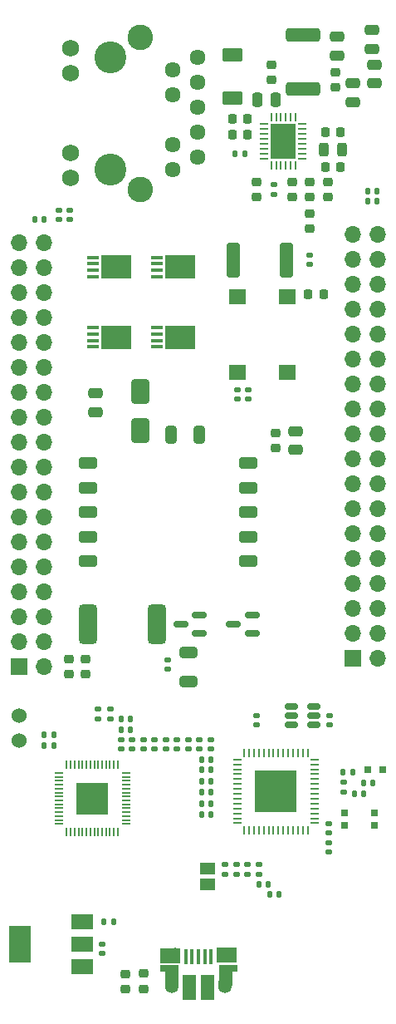
<source format=gbr>
%TF.GenerationSoftware,KiCad,Pcbnew,8.0.1*%
%TF.CreationDate,2024-10-08T23:28:18-07:00*%
%TF.ProjectId,POEPico,504f4550-6963-46f2-9e6b-696361645f70,rev?*%
%TF.SameCoordinates,Original*%
%TF.FileFunction,Soldermask,Top*%
%TF.FilePolarity,Negative*%
%FSLAX46Y46*%
G04 Gerber Fmt 4.6, Leading zero omitted, Abs format (unit mm)*
G04 Created by KiCad (PCBNEW 8.0.1) date 2024-10-08 23:28:18*
%MOMM*%
%LPD*%
G01*
G04 APERTURE LIST*
G04 Aperture macros list*
%AMRoundRect*
0 Rectangle with rounded corners*
0 $1 Rounding radius*
0 $2 $3 $4 $5 $6 $7 $8 $9 X,Y pos of 4 corners*
0 Add a 4 corners polygon primitive as box body*
4,1,4,$2,$3,$4,$5,$6,$7,$8,$9,$2,$3,0*
0 Add four circle primitives for the rounded corners*
1,1,$1+$1,$2,$3*
1,1,$1+$1,$4,$5*
1,1,$1+$1,$6,$7*
1,1,$1+$1,$8,$9*
0 Add four rect primitives between the rounded corners*
20,1,$1+$1,$2,$3,$4,$5,0*
20,1,$1+$1,$4,$5,$6,$7,0*
20,1,$1+$1,$6,$7,$8,$9,0*
20,1,$1+$1,$8,$9,$2,$3,0*%
G04 Aperture macros list end*
%ADD10RoundRect,0.140000X-0.170000X0.140000X-0.170000X-0.140000X0.170000X-0.140000X0.170000X0.140000X0*%
%ADD11RoundRect,0.250000X0.475000X-0.250000X0.475000X0.250000X-0.475000X0.250000X-0.475000X-0.250000X0*%
%ADD12RoundRect,0.243750X-0.243750X-0.456250X0.243750X-0.456250X0.243750X0.456250X-0.243750X0.456250X0*%
%ADD13RoundRect,0.250000X-0.475000X0.250000X-0.475000X-0.250000X0.475000X-0.250000X0.475000X0.250000X0*%
%ADD14R,0.800000X0.800000*%
%ADD15RoundRect,0.225000X0.250000X-0.225000X0.250000X0.225000X-0.250000X0.225000X-0.250000X-0.225000X0*%
%ADD16RoundRect,0.250000X-0.650000X0.325000X-0.650000X-0.325000X0.650000X-0.325000X0.650000X0.325000X0*%
%ADD17RoundRect,0.225000X-0.250000X0.225000X-0.250000X-0.225000X0.250000X-0.225000X0.250000X0.225000X0*%
%ADD18RoundRect,0.140000X0.140000X0.170000X-0.140000X0.170000X-0.140000X-0.170000X0.140000X-0.170000X0*%
%ADD19RoundRect,0.250000X0.250000X0.475000X-0.250000X0.475000X-0.250000X-0.475000X0.250000X-0.475000X0*%
%ADD20RoundRect,0.140000X0.170000X-0.140000X0.170000X0.140000X-0.170000X0.140000X-0.170000X-0.140000X0*%
%ADD21RoundRect,0.140000X-0.140000X-0.170000X0.140000X-0.170000X0.140000X0.170000X-0.140000X0.170000X0*%
%ADD22RoundRect,0.350000X1.430000X-0.350000X1.430000X0.350000X-1.430000X0.350000X-1.430000X-0.350000X0*%
%ADD23RoundRect,0.147500X-0.147500X-0.172500X0.147500X-0.172500X0.147500X0.172500X-0.147500X0.172500X0*%
%ADD24R,2.200000X1.500000*%
%ADD25R,2.200000X3.800000*%
%ADD26RoundRect,0.250000X-0.800000X0.450000X-0.800000X-0.450000X0.800000X-0.450000X0.800000X0.450000X0*%
%ADD27RoundRect,0.150000X-0.512500X-0.150000X0.512500X-0.150000X0.512500X0.150000X-0.512500X0.150000X0*%
%ADD28RoundRect,0.225000X0.225000X0.250000X-0.225000X0.250000X-0.225000X-0.250000X0.225000X-0.250000X0*%
%ADD29RoundRect,0.350000X-0.350000X-1.430000X0.350000X-1.430000X0.350000X1.430000X-0.350000X1.430000X0*%
%ADD30R,1.219200X0.406400*%
%ADD31R,3.073400X2.489200*%
%ADD32RoundRect,0.150000X0.587500X0.150000X-0.587500X0.150000X-0.587500X-0.150000X0.587500X-0.150000X0*%
%ADD33R,1.600000X1.200000*%
%ADD34RoundRect,0.225000X-0.225000X-0.250000X0.225000X-0.250000X0.225000X0.250000X-0.225000X0.250000X0*%
%ADD35R,1.780000X1.585000*%
%ADD36RoundRect,0.062500X-0.362500X-0.062500X0.362500X-0.062500X0.362500X0.062500X-0.362500X0.062500X0*%
%ADD37RoundRect,0.062500X-0.062500X-0.362500X0.062500X-0.362500X0.062500X0.362500X-0.062500X0.362500X0*%
%ADD38R,2.650000X3.650000*%
%ADD39C,1.524000*%
%ADD40RoundRect,0.292500X0.647500X0.292500X-0.647500X0.292500X-0.647500X-0.292500X0.647500X-0.292500X0*%
%ADD41C,3.250000*%
%ADD42C,1.612000*%
%ADD43C,1.749000*%
%ADD44C,2.604000*%
%ADD45RoundRect,0.062500X0.062500X-0.375000X0.062500X0.375000X-0.062500X0.375000X-0.062500X-0.375000X0*%
%ADD46RoundRect,0.062500X0.375000X-0.062500X0.375000X0.062500X-0.375000X0.062500X-0.375000X-0.062500X0*%
%ADD47R,4.300000X4.300000*%
%ADD48RoundRect,0.250000X0.650000X-1.000000X0.650000X1.000000X-0.650000X1.000000X-0.650000X-1.000000X0*%
%ADD49RoundRect,0.250000X0.325000X0.650000X-0.325000X0.650000X-0.325000X-0.650000X0.325000X-0.650000X0*%
%ADD50RoundRect,0.050000X-0.387500X-0.050000X0.387500X-0.050000X0.387500X0.050000X-0.387500X0.050000X0*%
%ADD51RoundRect,0.050000X-0.050000X-0.387500X0.050000X-0.387500X0.050000X0.387500X-0.050000X0.387500X0*%
%ADD52R,3.200000X3.200000*%
%ADD53R,1.825000X0.700000*%
%ADD54R,2.000000X1.500000*%
%ADD55R,1.350000X2.000000*%
%ADD56O,1.350000X1.700000*%
%ADD57O,1.100000X1.500000*%
%ADD58R,1.430000X2.500000*%
%ADD59R,0.400000X1.650000*%
%ADD60RoundRect,0.477500X-0.477500X-1.552500X0.477500X-1.552500X0.477500X1.552500X-0.477500X1.552500X0*%
%ADD61R,1.700000X1.700000*%
%ADD62O,1.700000X1.700000*%
G04 APERTURE END LIST*
D10*
%TO.C,C52*%
X145692401Y-49459000D03*
X145692401Y-50419000D03*
%TD*%
D11*
%TO.C,R28*%
X144272000Y-69329629D03*
X144272000Y-67429629D03*
%TD*%
D12*
%TO.C,R27*%
X147155501Y-38735000D03*
X149030501Y-38735000D03*
%TD*%
D13*
%TO.C,R26*%
X150114000Y-31999000D03*
X150114000Y-33899000D03*
%TD*%
D14*
%TO.C,D2*%
X151650000Y-101854000D03*
X153150000Y-101854000D03*
%TD*%
D11*
%TO.C,C67*%
X152042401Y-26549929D03*
X152042401Y-28449929D03*
%TD*%
D15*
%TO.C,C62*%
X126873000Y-124251400D03*
X126873000Y-122701400D03*
%TD*%
D16*
%TO.C,C48*%
X133321999Y-89953185D03*
X133321999Y-92903185D03*
%TD*%
D17*
%TO.C,C47*%
X122809000Y-90637000D03*
X122809000Y-92187000D03*
%TD*%
%TO.C,C46*%
X121158000Y-90637000D03*
X121158000Y-92187000D03*
%TD*%
D13*
%TO.C,C45*%
X152273000Y-30099000D03*
X152273000Y-31999000D03*
%TD*%
D18*
%TO.C,C44*%
X139060401Y-39150629D03*
X138100401Y-39150629D03*
%TD*%
D11*
%TO.C,C42*%
X148463000Y-29144000D03*
X148463000Y-27244000D03*
%TD*%
D19*
%TO.C,C40*%
X142240000Y-33655000D03*
X140340000Y-33655000D03*
%TD*%
D10*
%TO.C,C17*%
X142071734Y-42323629D03*
X142071734Y-43283629D03*
%TD*%
D20*
%TO.C,C9*%
X133336001Y-99811029D03*
X133336001Y-98851029D03*
%TD*%
D21*
%TO.C,C64*%
X117658000Y-45832829D03*
X118618000Y-45832829D03*
%TD*%
D22*
%TO.C,L1*%
X145034000Y-32526829D03*
X145034000Y-27066829D03*
%TD*%
D18*
%TO.C,C26*%
X135631401Y-101914029D03*
X134671401Y-101914029D03*
%TD*%
D23*
%TO.C,R4*%
X118611201Y-98313829D03*
X119581201Y-98313829D03*
%TD*%
D24*
%TO.C,U5*%
X122479600Y-121959400D03*
X122479600Y-119659400D03*
X122479600Y-117359400D03*
D25*
X116179600Y-119659400D03*
%TD*%
D17*
%TO.C,R9*%
X140251401Y-42041629D03*
X140251401Y-43591629D03*
%TD*%
D18*
%TO.C,R15*%
X150079401Y-102168029D03*
X149119401Y-102168029D03*
%TD*%
D15*
%TO.C,R36*%
X128778000Y-124231400D03*
X128778000Y-122681400D03*
%TD*%
D26*
%TO.C,D4*%
X137818401Y-29076929D03*
X137818401Y-33476929D03*
%TD*%
D27*
%TO.C,U7*%
X143826401Y-95437029D03*
X143826401Y-96387029D03*
X143826401Y-97337029D03*
X146101401Y-97337029D03*
X146101401Y-96387029D03*
X146101401Y-95437029D03*
%TD*%
D28*
%TO.C,R6*%
X139368401Y-37228629D03*
X137818401Y-37228629D03*
%TD*%
D18*
%TO.C,C65*%
X152598000Y-42926000D03*
X151638000Y-42926000D03*
%TD*%
D29*
%TO.C,L3*%
X137882401Y-49977629D03*
X143342401Y-49977629D03*
%TD*%
D18*
%TO.C,C34*%
X142563001Y-114554000D03*
X141603001Y-114554000D03*
%TD*%
D10*
%TO.C,C20*%
X124536600Y-119659400D03*
X124536600Y-120619400D03*
%TD*%
D20*
%TO.C,C11*%
X135622001Y-99811029D03*
X135622001Y-98851029D03*
%TD*%
D30*
%TO.C,Q3*%
X130084101Y-49713130D03*
X130084101Y-50363128D03*
X130084101Y-51013130D03*
X130084101Y-51663128D03*
D31*
X132484401Y-50688129D03*
%TD*%
D32*
%TO.C,Q14*%
X134463000Y-88027814D03*
X134463000Y-86127814D03*
X132588000Y-87077814D03*
%TD*%
D33*
%TO.C,FB1*%
X135306401Y-113595600D03*
X135306401Y-111995600D03*
%TD*%
D10*
%TO.C,C24*%
X138227401Y-111575600D03*
X138227401Y-112535600D03*
%TD*%
D18*
%TO.C,C27*%
X135631401Y-103057029D03*
X134671401Y-103057029D03*
%TD*%
D20*
%TO.C,R20*%
X140259401Y-97342029D03*
X140259401Y-96382029D03*
%TD*%
D18*
%TO.C,C25*%
X135631401Y-100898029D03*
X134671401Y-100898029D03*
%TD*%
D11*
%TO.C,C16*%
X123848401Y-65466629D03*
X123848401Y-63566629D03*
%TD*%
D18*
%TO.C,C32*%
X135631401Y-105355029D03*
X134671401Y-105355029D03*
%TD*%
D10*
%TO.C,R11*%
X120140001Y-44902829D03*
X120140001Y-45862829D03*
%TD*%
D34*
%TO.C,R30*%
X148870000Y-36957000D03*
X147320000Y-36957000D03*
%TD*%
D35*
%TO.C,T1*%
X143406401Y-53755129D03*
X138326401Y-53755129D03*
X138326401Y-61440129D03*
X143406401Y-61440129D03*
%TD*%
D36*
%TO.C,U3*%
X141075401Y-36150629D03*
X141075401Y-36650629D03*
X141075401Y-37150629D03*
X141075401Y-37650629D03*
X141075401Y-38150629D03*
X141075401Y-38650629D03*
X141075401Y-39150629D03*
X141075401Y-39650629D03*
D37*
X141775401Y-40350629D03*
X142275401Y-40350629D03*
X142775401Y-40350629D03*
X143275401Y-40350629D03*
X143775401Y-40350629D03*
X144275401Y-40350629D03*
D36*
X144975401Y-39650629D03*
X144975401Y-39150629D03*
X144975401Y-38650629D03*
X144975401Y-38150629D03*
X144975401Y-37650629D03*
X144975401Y-37150629D03*
X144975401Y-36650629D03*
X144975401Y-36150629D03*
D37*
X144275401Y-35450629D03*
X143775401Y-35450629D03*
X143275401Y-35450629D03*
X142775401Y-35450629D03*
X142275401Y-35450629D03*
X141775401Y-35450629D03*
D38*
X143025401Y-37900629D03*
%TD*%
D10*
%TO.C,R16*%
X149149401Y-103184029D03*
X149149401Y-104144029D03*
%TD*%
%TO.C,C4*%
X127621001Y-98851029D03*
X127621001Y-99811029D03*
%TD*%
D20*
%TO.C,R19*%
X147752401Y-97342029D03*
X147752401Y-96382029D03*
%TD*%
D32*
%TO.C,Q13*%
X139825001Y-88011629D03*
X139825001Y-86111629D03*
X137950001Y-87061629D03*
%TD*%
D17*
%TO.C,C19*%
X147597401Y-42028629D03*
X147597401Y-43578629D03*
%TD*%
D20*
%TO.C,C21*%
X147625401Y-108321429D03*
X147625401Y-107361429D03*
%TD*%
D21*
%TO.C,C2*%
X126448001Y-96692029D03*
X127408001Y-96692029D03*
%TD*%
D10*
%TO.C,R12*%
X121206801Y-44902829D03*
X121206801Y-45862829D03*
%TD*%
D39*
%TO.C,J10*%
X116064001Y-98892029D03*
X116084001Y-96352029D03*
%TD*%
D40*
%TO.C,TR1*%
X139474801Y-80678629D03*
X139474801Y-78178629D03*
X139474801Y-75678629D03*
X139474801Y-73178629D03*
X139474801Y-70678629D03*
X123114801Y-80678629D03*
X123114801Y-78178629D03*
X123114801Y-75678629D03*
X123114801Y-73178629D03*
X123114801Y-70678629D03*
%TD*%
D28*
%TO.C,R34*%
X139368401Y-35577629D03*
X137818401Y-35577629D03*
%TD*%
D10*
%TO.C,C1*%
X126478001Y-98851029D03*
X126478001Y-99811029D03*
%TD*%
D41*
%TO.C,J2*%
X125388401Y-29297629D03*
X125388401Y-40727629D03*
D42*
X134278401Y-29297629D03*
X131738401Y-30567629D03*
X134278401Y-31837629D03*
X131738401Y-33107629D03*
X134278401Y-34377629D03*
X134278401Y-36917629D03*
X131738401Y-38187629D03*
X134278401Y-39457629D03*
X131738401Y-40727629D03*
D43*
X121308401Y-28387629D03*
X121308401Y-30927629D03*
X121308401Y-39097629D03*
X121308401Y-41637629D03*
D44*
X128438401Y-27267629D03*
X128438401Y-42757629D03*
%TD*%
D18*
%TO.C,C37*%
X135631401Y-106486029D03*
X134671401Y-106486029D03*
%TD*%
D10*
%TO.C,C54*%
X139469401Y-63185629D03*
X139469401Y-64145629D03*
%TD*%
D20*
%TO.C,C7*%
X131050001Y-99811029D03*
X131050001Y-98851029D03*
%TD*%
D34*
%TO.C,R24*%
X145552401Y-53437629D03*
X147102401Y-53437629D03*
%TD*%
D17*
%TO.C,C18*%
X145712401Y-42028629D03*
X145712401Y-43578629D03*
%TD*%
D10*
%TO.C,C36*%
X140513401Y-111575600D03*
X140513401Y-112535600D03*
%TD*%
%TO.C,C51*%
X131191000Y-90706000D03*
X131191000Y-91666000D03*
%TD*%
D18*
%TO.C,R18*%
X151193401Y-104356029D03*
X150233401Y-104356029D03*
%TD*%
D10*
%TO.C,R14*%
X147625401Y-109336029D03*
X147625401Y-110296029D03*
%TD*%
%TO.C,C23*%
X137084401Y-111575600D03*
X137084401Y-112535600D03*
%TD*%
D17*
%TO.C,R23*%
X148336000Y-30848000D03*
X148336000Y-32398000D03*
%TD*%
D45*
%TO.C,U6*%
X139013401Y-108042529D03*
X139513401Y-108042529D03*
X140013401Y-108042529D03*
X140513401Y-108042529D03*
X141013401Y-108042529D03*
X141513401Y-108042529D03*
X142013401Y-108042529D03*
X142513401Y-108042529D03*
X143013401Y-108042529D03*
X143513401Y-108042529D03*
X144013401Y-108042529D03*
X144513401Y-108042529D03*
X145013401Y-108042529D03*
X145513401Y-108042529D03*
D46*
X146200901Y-107355029D03*
X146200901Y-106855029D03*
X146200901Y-106355029D03*
X146200901Y-105855029D03*
X146200901Y-105355029D03*
X146200901Y-104855029D03*
X146200901Y-104355029D03*
X146200901Y-103855029D03*
X146200901Y-103355029D03*
X146200901Y-102855029D03*
X146200901Y-102355029D03*
X146200901Y-101855029D03*
X146200901Y-101355029D03*
X146200901Y-100855029D03*
D45*
X145513401Y-100167529D03*
X145013401Y-100167529D03*
X144513401Y-100167529D03*
X144013401Y-100167529D03*
X143513401Y-100167529D03*
X143013401Y-100167529D03*
X142513401Y-100167529D03*
X142013401Y-100167529D03*
X141513401Y-100167529D03*
X141013401Y-100167529D03*
X140513401Y-100167529D03*
X140013401Y-100167529D03*
X139513401Y-100167529D03*
X139013401Y-100167529D03*
D46*
X138325901Y-100855029D03*
X138325901Y-101355029D03*
X138325901Y-101855029D03*
X138325901Y-102355029D03*
X138325901Y-102855029D03*
X138325901Y-103355029D03*
X138325901Y-103855029D03*
X138325901Y-104355029D03*
X138325901Y-104855029D03*
X138325901Y-105355029D03*
X138325901Y-105855029D03*
X138325901Y-106355029D03*
X138325901Y-106855029D03*
X138325901Y-107355029D03*
D47*
X142263401Y-104105029D03*
%TD*%
D10*
%TO.C,R1*%
X124121001Y-95732029D03*
X124121001Y-96692029D03*
%TD*%
D48*
%TO.C,D1*%
X128420401Y-67376629D03*
X128420401Y-63376629D03*
%TD*%
D20*
%TO.C,C6*%
X129907001Y-99811029D03*
X129907001Y-98851029D03*
%TD*%
%TO.C,C5*%
X128764001Y-99811029D03*
X128764001Y-98851029D03*
%TD*%
%TO.C,C8*%
X132193001Y-99811029D03*
X132193001Y-98851029D03*
%TD*%
%TO.C,C10*%
X134479001Y-99811029D03*
X134479001Y-98851029D03*
%TD*%
D15*
%TO.C,R21*%
X141775401Y-31649000D03*
X141775401Y-30099000D03*
%TD*%
D18*
%TO.C,C66*%
X152598000Y-43942000D03*
X151638000Y-43942000D03*
%TD*%
D15*
%TO.C,R10*%
X145692401Y-46815629D03*
X145692401Y-45265629D03*
%TD*%
D21*
%TO.C,C3*%
X126448001Y-97835029D03*
X127408001Y-97835029D03*
%TD*%
D10*
%TO.C,R31*%
X138326401Y-63185629D03*
X138326401Y-64145629D03*
%TD*%
D17*
%TO.C,C50*%
X142263401Y-67604629D03*
X142263401Y-69154629D03*
%TD*%
D49*
%TO.C,C49*%
X134467401Y-67757629D03*
X131517401Y-67757629D03*
%TD*%
D21*
%TO.C,R3*%
X118621201Y-99456829D03*
X119581201Y-99456829D03*
%TD*%
D50*
%TO.C,U1*%
X120093501Y-102229029D03*
X120093501Y-102629029D03*
X120093501Y-103029029D03*
X120093501Y-103429029D03*
X120093501Y-103829029D03*
X120093501Y-104229029D03*
X120093501Y-104629029D03*
X120093501Y-105029029D03*
X120093501Y-105429029D03*
X120093501Y-105829029D03*
X120093501Y-106229029D03*
X120093501Y-106629029D03*
X120093501Y-107029029D03*
X120093501Y-107429029D03*
D51*
X120931001Y-108266529D03*
X121331001Y-108266529D03*
X121731001Y-108266529D03*
X122131001Y-108266529D03*
X122531001Y-108266529D03*
X122931001Y-108266529D03*
X123331001Y-108266529D03*
X123731001Y-108266529D03*
X124131001Y-108266529D03*
X124531001Y-108266529D03*
X124931001Y-108266529D03*
X125331001Y-108266529D03*
X125731001Y-108266529D03*
X126131001Y-108266529D03*
D50*
X126968501Y-107429029D03*
X126968501Y-107029029D03*
X126968501Y-106629029D03*
X126968501Y-106229029D03*
X126968501Y-105829029D03*
X126968501Y-105429029D03*
X126968501Y-105029029D03*
X126968501Y-104629029D03*
X126968501Y-104229029D03*
X126968501Y-103829029D03*
X126968501Y-103429029D03*
X126968501Y-103029029D03*
X126968501Y-102629029D03*
X126968501Y-102229029D03*
D51*
X126131001Y-101391529D03*
X125731001Y-101391529D03*
X125331001Y-101391529D03*
X124931001Y-101391529D03*
X124531001Y-101391529D03*
X124131001Y-101391529D03*
X123731001Y-101391529D03*
X123331001Y-101391529D03*
X122931001Y-101391529D03*
X122531001Y-101391529D03*
X122131001Y-101391529D03*
X121731001Y-101391529D03*
X121331001Y-101391529D03*
X120931001Y-101391529D03*
D52*
X123531001Y-104829029D03*
%TD*%
D30*
%TO.C,Q1*%
X130084101Y-56876630D03*
X130084101Y-57526628D03*
X130084101Y-58176630D03*
X130084101Y-58826628D03*
D31*
X132484401Y-57851629D03*
%TD*%
D18*
%TO.C,C22*%
X152153401Y-103214029D03*
X151193401Y-103214029D03*
%TD*%
D53*
%TO.C,J1*%
X137361501Y-122119429D03*
D54*
X137261501Y-120799429D03*
D55*
X137111501Y-122869429D03*
D56*
X137091501Y-123799429D03*
D57*
X136781501Y-120799429D03*
D58*
X135321501Y-124069429D03*
X133401501Y-124069429D03*
D57*
X131941501Y-120799429D03*
D56*
X131631501Y-123799429D03*
D55*
X131631501Y-122869429D03*
D54*
X131511501Y-120819429D03*
D53*
X131411501Y-122119429D03*
D59*
X135661501Y-120919429D03*
X135011501Y-120919429D03*
X134361501Y-120919429D03*
X133711501Y-120919429D03*
X133061501Y-120919429D03*
%TD*%
D60*
%TO.C,L4*%
X123129000Y-87061629D03*
X130109000Y-87061629D03*
%TD*%
D21*
%TO.C,R13*%
X140510801Y-113538000D03*
X141470801Y-113538000D03*
%TD*%
D30*
%TO.C,Q7*%
X123607101Y-49713130D03*
X123607101Y-50363128D03*
X123607101Y-51013130D03*
X123607101Y-51663128D03*
D31*
X126007401Y-50688129D03*
%TD*%
D17*
%TO.C,R7*%
X143892067Y-42041629D03*
X143892067Y-43591629D03*
%TD*%
D30*
%TO.C,Q5*%
X123607101Y-56876630D03*
X123607101Y-57526628D03*
X123607101Y-58176630D03*
X123607101Y-58826628D03*
D31*
X126007401Y-57851629D03*
%TD*%
D14*
%TO.C,Y2*%
X149221801Y-106259429D03*
X149221801Y-107559429D03*
X152321801Y-107559429D03*
X152321801Y-106259429D03*
%TD*%
D10*
%TO.C,C30*%
X139370401Y-111575600D03*
X139370401Y-112535600D03*
%TD*%
D34*
%TO.C,R25*%
X147318001Y-40513000D03*
X148868001Y-40513000D03*
%TD*%
D18*
%TO.C,C31*%
X135631401Y-104200029D03*
X134671401Y-104200029D03*
%TD*%
D10*
%TO.C,R2*%
X125341001Y-95732029D03*
X125341001Y-96692029D03*
%TD*%
D21*
%TO.C,C15*%
X124719600Y-117359400D03*
X125679600Y-117359400D03*
%TD*%
D61*
%TO.C,J21*%
X116078000Y-91400429D03*
D62*
X118618000Y-91400429D03*
X116078000Y-88860429D03*
X118618000Y-88860429D03*
X116078000Y-86320429D03*
X118618000Y-86320429D03*
X116078000Y-83780429D03*
X118618000Y-83780429D03*
X116078000Y-81240429D03*
X118618000Y-81240429D03*
X116078000Y-78700429D03*
X118618000Y-78700429D03*
X116078000Y-76160429D03*
X118618000Y-76160429D03*
X116078000Y-73620429D03*
X118618000Y-73620429D03*
X116078000Y-71080429D03*
X118618000Y-71080429D03*
X116078000Y-68540429D03*
X118618000Y-68540429D03*
X116078000Y-66000429D03*
X118618000Y-66000429D03*
X116078000Y-63460429D03*
X118618000Y-63460429D03*
X116078000Y-60920429D03*
X118618000Y-60920429D03*
X116078000Y-58380429D03*
X118618000Y-58380429D03*
X116078000Y-55840429D03*
X118618000Y-55840429D03*
X116078000Y-53300429D03*
X118618000Y-53300429D03*
X116078000Y-50760429D03*
X118618000Y-50760429D03*
X116078000Y-48220429D03*
X118618000Y-48220429D03*
%TD*%
D61*
%TO.C,J22*%
X150088600Y-90576400D03*
D62*
X152628600Y-90576400D03*
X150088600Y-88036400D03*
X152628600Y-88036400D03*
X150088600Y-85496400D03*
X152628600Y-85496400D03*
X150088600Y-82956400D03*
X152628600Y-82956400D03*
X150088600Y-80416400D03*
X152628600Y-80416400D03*
X150088600Y-77876400D03*
X152628600Y-77876400D03*
X150088600Y-75336400D03*
X152628600Y-75336400D03*
X150088600Y-72796400D03*
X152628600Y-72796400D03*
X150088600Y-70256400D03*
X152628600Y-70256400D03*
X150088600Y-67716400D03*
X152628600Y-67716400D03*
X150088600Y-65176400D03*
X152628600Y-65176400D03*
X150088600Y-62636400D03*
X152628600Y-62636400D03*
X150088600Y-60096400D03*
X152628600Y-60096400D03*
X150088600Y-57556400D03*
X152628600Y-57556400D03*
X150088600Y-55016400D03*
X152628600Y-55016400D03*
X150088600Y-52476400D03*
X152628600Y-52476400D03*
X150088600Y-49936400D03*
X152628600Y-49936400D03*
X150088600Y-47396400D03*
X152628600Y-47396400D03*
%TD*%
M02*

</source>
